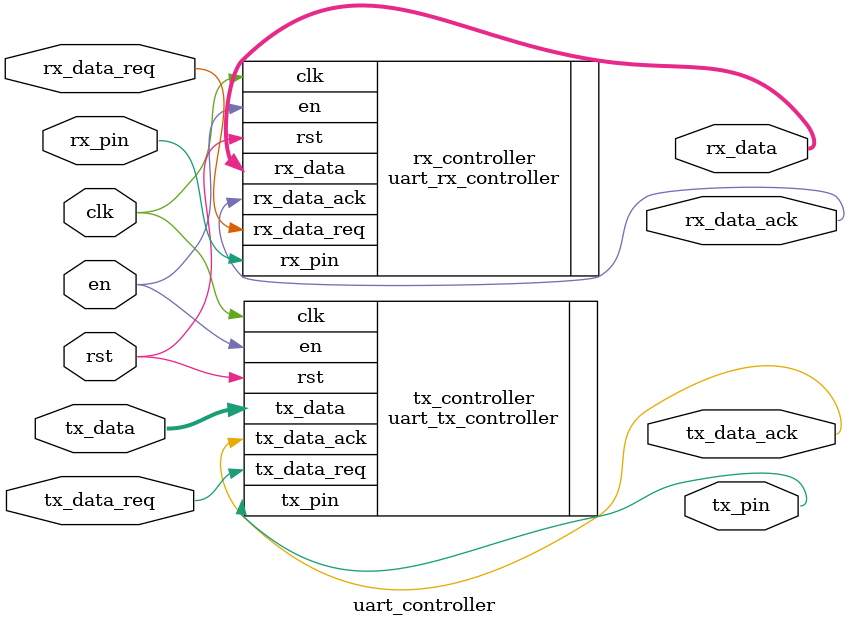
<source format=v>
module uart_controller (
	clk, rst, en,
	rx_data_req, rx_data, rx_data_ack,
	tx_data_req, tx_data, tx_data_ack,
	rx_pin, tx_pin 
);
	parameter BAUD_RATE = 9600;
	
	input clk, rst, en;
	
	input rx_data_req;
	output [7:0] rx_data;
	output rx_data_ack; 
	
	input tx_data_req;
	input [7:0] tx_data;
	output tx_data_ack;
	
	input rx_pin;
	output tx_pin;
	
	uart_rx_controller #(BAUD_RATE) rx_controller (
		.clk(clk), .rst(rst), .en(en),
		.rx_data_req(rx_data_req), .rx_data(rx_data), .rx_data_ack(rx_data_ack),
		.rx_pin(rx_pin)
	);
	
	uart_tx_controller #(BAUD_RATE) tx_controller (
		.clk(clk), .rst(rst), .en(en),
		.tx_data_req(tx_data_req), .tx_data(tx_data), .tx_data_ack(tx_data_ack),
		.tx_pin(tx_pin)
	);
endmodule
</source>
